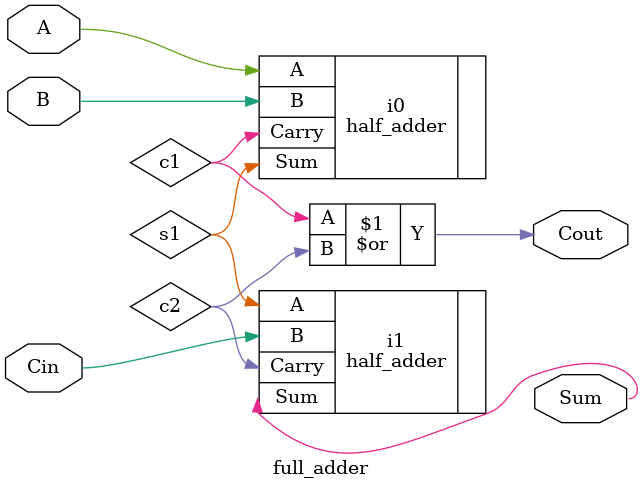
<source format=v>
`timescale 1ns / 1ps

module full_adder(
    input   wire    A,
    input   wire    B,
    input   wire    Cin,
    output  wire    Sum,
    output  wire    Cout
    );
    
    wire s1, c1, c2; //internal half-adder results
    
    half_adder i0 (.A(A), .B(B), .Sum(s1), .Carry(c1));
    half_adder i1 (.A(s1), .B(Cin), .Sum(Sum), .Carry(c2));
    
    assign Cout = c1 | c2;

endmodule
</source>
